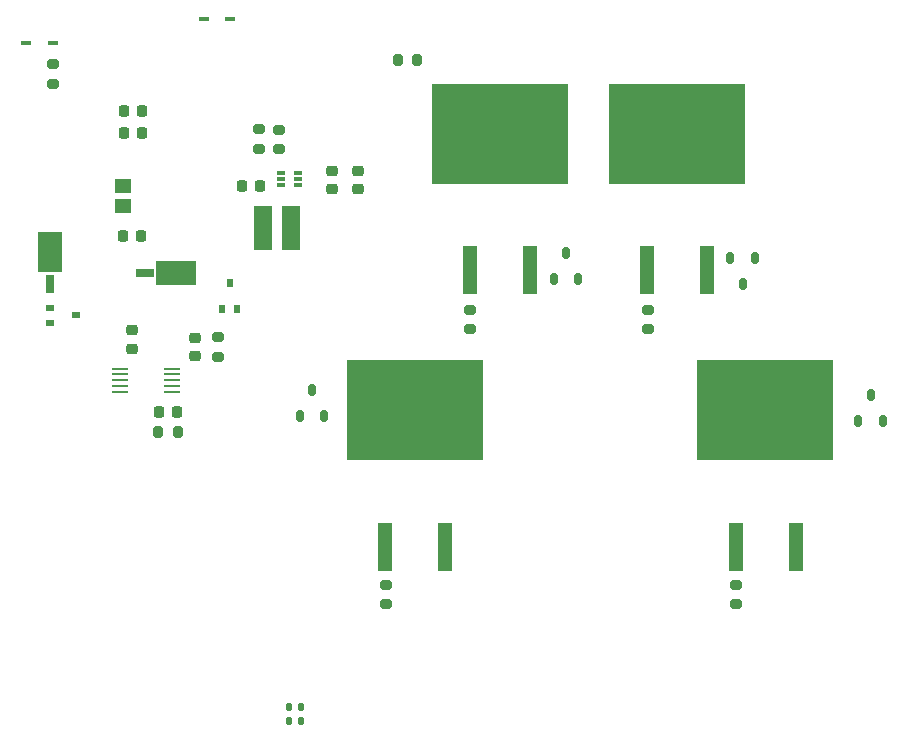
<source format=gbr>
%TF.GenerationSoftware,KiCad,Pcbnew,8.0.0*%
%TF.CreationDate,2025-02-07T11:41:03-03:30*%
%TF.ProjectId,H_Bridges,485f4272-6964-4676-9573-2e6b69636164,rev?*%
%TF.SameCoordinates,Original*%
%TF.FileFunction,Paste,Top*%
%TF.FilePolarity,Positive*%
%FSLAX46Y46*%
G04 Gerber Fmt 4.6, Leading zero omitted, Abs format (unit mm)*
G04 Created by KiCad (PCBNEW 8.0.0) date 2025-02-07 11:41:03*
%MOMM*%
%LPD*%
G01*
G04 APERTURE LIST*
G04 Aperture macros list*
%AMRoundRect*
0 Rectangle with rounded corners*
0 $1 Rounding radius*
0 $2 $3 $4 $5 $6 $7 $8 $9 X,Y pos of 4 corners*
0 Add a 4 corners polygon primitive as box body*
4,1,4,$2,$3,$4,$5,$6,$7,$8,$9,$2,$3,0*
0 Add four circle primitives for the rounded corners*
1,1,$1+$1,$2,$3*
1,1,$1+$1,$4,$5*
1,1,$1+$1,$6,$7*
1,1,$1+$1,$8,$9*
0 Add four rect primitives between the rounded corners*
20,1,$1+$1,$2,$3,$4,$5,0*
20,1,$1+$1,$4,$5,$6,$7,0*
20,1,$1+$1,$6,$7,$8,$9,0*
20,1,$1+$1,$8,$9,$2,$3,0*%
G04 Aperture macros list end*
%ADD10RoundRect,0.200000X0.275000X-0.200000X0.275000X0.200000X-0.275000X0.200000X-0.275000X-0.200000X0*%
%ADD11R,1.244600X4.064000*%
%ADD12R,11.531600X8.559800*%
%ADD13R,1.358900X0.279400*%
%ADD14R,0.500000X0.750000*%
%ADD15RoundRect,0.200000X-0.275000X0.200000X-0.275000X-0.200000X0.275000X-0.200000X0.275000X0.200000X0*%
%ADD16R,2.082800X3.429000*%
%ADD17R,0.711200X1.524000*%
%ADD18RoundRect,0.135000X0.135000X0.185000X-0.135000X0.185000X-0.135000X-0.185000X0.135000X-0.185000X0*%
%ADD19RoundRect,0.225000X0.225000X0.250000X-0.225000X0.250000X-0.225000X-0.250000X0.225000X-0.250000X0*%
%ADD20RoundRect,0.225000X-0.225000X-0.250000X0.225000X-0.250000X0.225000X0.250000X-0.225000X0.250000X0*%
%ADD21RoundRect,0.150000X0.150000X-0.350000X0.150000X0.350000X-0.150000X0.350000X-0.150000X-0.350000X0*%
%ADD22R,0.670001X0.299999*%
%ADD23RoundRect,0.200000X0.200000X0.275000X-0.200000X0.275000X-0.200000X-0.275000X0.200000X-0.275000X0*%
%ADD24RoundRect,0.225000X0.250000X-0.225000X0.250000X0.225000X-0.250000X0.225000X-0.250000X-0.225000X0*%
%ADD25RoundRect,0.225000X-0.250000X0.225000X-0.250000X-0.225000X0.250000X-0.225000X0.250000X0.225000X0*%
%ADD26R,3.429000X2.082800*%
%ADD27R,1.524000X0.711200*%
%ADD28R,0.812800X0.355600*%
%ADD29RoundRect,0.200000X-0.200000X-0.275000X0.200000X-0.275000X0.200000X0.275000X-0.200000X0.275000X0*%
%ADD30R,1.470000X1.200000*%
%ADD31RoundRect,0.150000X-0.150000X0.350000X-0.150000X-0.350000X0.150000X-0.350000X0.150000X0.350000X0*%
%ADD32R,0.750000X0.500000*%
%ADD33R,1.500000X3.800000*%
G04 APERTURE END LIST*
D10*
%TO.C,R1*%
X166640750Y-74165750D03*
X166640750Y-72515750D03*
%TD*%
D11*
%TO.C,Q3*%
X151600750Y-69177050D03*
D12*
X154089950Y-57658150D03*
D11*
X156680750Y-69177050D03*
%TD*%
D13*
%TO.C,U2*%
X126392350Y-79500001D03*
X126392350Y-78999999D03*
X126392350Y-78500000D03*
X126392350Y-78000001D03*
X126392350Y-77499999D03*
X121985450Y-77499999D03*
X121985450Y-78000001D03*
X121985450Y-78500000D03*
X121985450Y-78999999D03*
X121985450Y-79500001D03*
%TD*%
D14*
%TO.C,Q9*%
X130600000Y-72450000D03*
X131900000Y-72450000D03*
X131250000Y-70250000D03*
%TD*%
D10*
%TO.C,R4*%
X144440750Y-97465750D03*
X144440750Y-95815750D03*
%TD*%
%TO.C,R2*%
X174100000Y-97475000D03*
X174100000Y-95825000D03*
%TD*%
D15*
%TO.C,R14*%
X116300000Y-51745000D03*
X116300000Y-53395000D03*
%TD*%
D16*
%TO.C,D10*%
X115997500Y-67647500D03*
D17*
X115997500Y-70327200D03*
%TD*%
D11*
%TO.C,Q2*%
X174100750Y-92566950D03*
D12*
X176589950Y-81048050D03*
D11*
X179180750Y-92566950D03*
%TD*%
D18*
%TO.C,R10*%
X137310000Y-107300000D03*
X136290000Y-107300000D03*
%TD*%
D19*
%TO.C,C2*%
X126775000Y-81150000D03*
X125225000Y-81150000D03*
%TD*%
D20*
%TO.C,C5*%
X122275000Y-57530000D03*
X123825000Y-57530000D03*
%TD*%
D15*
%TO.C,R3*%
X151600000Y-72515750D03*
X151600000Y-74165750D03*
%TD*%
D21*
%TO.C,D4*%
X137170000Y-81550000D03*
X139230000Y-81550000D03*
X138200000Y-79350000D03*
%TD*%
D22*
%TO.C,U3*%
X135559999Y-60950832D03*
X135559999Y-61450831D03*
X135559999Y-61950833D03*
X137040001Y-61950833D03*
X137040001Y-61450831D03*
X137040001Y-60950832D03*
%TD*%
D11*
%TO.C,Q4*%
X144400750Y-92566950D03*
D12*
X146889950Y-81048050D03*
D11*
X149480750Y-92566950D03*
%TD*%
%TO.C,Q1*%
X166600750Y-69177050D03*
D12*
X169089950Y-57658150D03*
D11*
X171680750Y-69177050D03*
%TD*%
D15*
%TO.C,R15*%
X135400000Y-57275000D03*
X135400000Y-58925000D03*
%TD*%
D18*
%TO.C,R9*%
X137260000Y-106150000D03*
X136240000Y-106150000D03*
%TD*%
D19*
%TO.C,C8*%
X133800000Y-62050834D03*
X132250000Y-62050834D03*
%TD*%
D23*
%TO.C,R12*%
X126825000Y-82900000D03*
X125175000Y-82900000D03*
%TD*%
D24*
%TO.C,C1*%
X128275566Y-76475834D03*
X128275566Y-74925834D03*
%TD*%
D10*
%TO.C,R16*%
X133700000Y-58875834D03*
X133700000Y-57225834D03*
%TD*%
D25*
%TO.C,C9*%
X142100000Y-60775834D03*
X142100000Y-62325834D03*
%TD*%
D21*
%TO.C,D1*%
X184470000Y-81930000D03*
X186530000Y-81930000D03*
X185500000Y-79730000D03*
%TD*%
D26*
%TO.C,D11*%
X126720700Y-69450000D03*
D27*
X124041000Y-69450000D03*
%TD*%
D21*
%TO.C,D3*%
X158710750Y-69940750D03*
X160770750Y-69940750D03*
X159740750Y-67740750D03*
%TD*%
D28*
%TO.C,D14*%
X116267600Y-49920000D03*
X114032400Y-49920000D03*
%TD*%
D29*
%TO.C,R17*%
X145475000Y-51350000D03*
X147125000Y-51350000D03*
%TD*%
D30*
%TO.C,FB1*%
X122200000Y-62050000D03*
X122200000Y-63770000D03*
%TD*%
D31*
%TO.C,D2*%
X175700750Y-68140750D03*
X173640750Y-68140750D03*
X174670750Y-70340750D03*
%TD*%
D32*
%TO.C,Q10*%
X116000000Y-72350000D03*
X116000000Y-73650000D03*
X118200000Y-73000000D03*
%TD*%
D20*
%TO.C,C4*%
X122275000Y-55680000D03*
X123825000Y-55680000D03*
%TD*%
%TO.C,C6*%
X122175000Y-66260000D03*
X123725000Y-66260000D03*
%TD*%
D24*
%TO.C,C3*%
X123000000Y-75825000D03*
X123000000Y-74275000D03*
%TD*%
D10*
%TO.C,R11*%
X130275566Y-76500834D03*
X130275566Y-74850834D03*
%TD*%
D28*
%TO.C,D12*%
X129042400Y-47940000D03*
X131277600Y-47940000D03*
%TD*%
D25*
%TO.C,C7*%
X139900000Y-60775834D03*
X139900000Y-62325834D03*
%TD*%
D33*
%TO.C,L1*%
X134100000Y-65600000D03*
X136400000Y-65600000D03*
%TD*%
M02*

</source>
